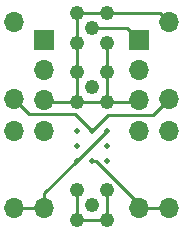
<source format=gbr>
%TF.GenerationSoftware,KiCad,Pcbnew,8.0.9-1.fc41*%
%TF.CreationDate,2025-03-19T11:39:36+02:00*%
%TF.ProjectId,Onsemi-3mm-TH-Con,4f6e7365-6d69-42d3-936d-6d2d54482d43,rev?*%
%TF.SameCoordinates,Original*%
%TF.FileFunction,Copper,L1,Top*%
%TF.FilePolarity,Positive*%
%FSLAX46Y46*%
G04 Gerber Fmt 4.6, Leading zero omitted, Abs format (unit mm)*
G04 Created by KiCad (PCBNEW 8.0.9-1.fc41) date 2025-03-19 11:39:36*
%MOMM*%
%LPD*%
G01*
G04 APERTURE LIST*
%TA.AperFunction,ComponentPad*%
%ADD10C,1.240000*%
%TD*%
%TA.AperFunction,ComponentPad*%
%ADD11O,1.700000X1.700000*%
%TD*%
%TA.AperFunction,ComponentPad*%
%ADD12R,1.700000X1.700000*%
%TD*%
%TA.AperFunction,SMDPad,CuDef*%
%ADD13C,0.500000*%
%TD*%
%TA.AperFunction,Conductor*%
%ADD14C,0.250000*%
%TD*%
G04 APERTURE END LIST*
D10*
%TO.P,J-PWR-2,1,Pin_1*%
%TO.N,HV+*%
X150000000Y-105000000D03*
%TO.P,J-PWR-2,2,Pin_2*%
%TO.N,GND*%
X148730000Y-103730000D03*
X148730000Y-106270000D03*
X151270000Y-103730000D03*
X151270000Y-106270000D03*
%TD*%
D11*
%TO.P,R3,1,+*%
%TO.N,Net-(C3-+)*%
X156540000Y-96030000D03*
%TO.P,R3,2,-*%
%TO.N,GND*%
X156540000Y-89490000D03*
%TD*%
D12*
%TO.P,J-SIG1,1,Pin_1*%
%TO.N,SIG*%
X154000000Y-91000000D03*
D11*
%TO.P,J-SIG1,2,Pin_2*%
%TO.N,F-OUT*%
X154000000Y-93540000D03*
%TO.P,J-SIG1,3,Pin_3*%
%TO.N,GND*%
X154000000Y-96080000D03*
%TD*%
D13*
%TO.P,D1,A1,K-*%
%TO.N,Net-(C1-+)*%
X148739906Y-101260000D03*
%TO.P,D1,A2*%
%TO.N,N/C*%
X148739906Y-100000000D03*
%TO.P,D1,A3*%
X148739906Y-98740000D03*
%TO.P,D1,B1,A+*%
%TO.N,Net-(C2-+)*%
X150000000Y-101260000D03*
%TO.P,D1,B3,A2+*%
%TO.N,Net-(C3-+)*%
X150000000Y-98740000D03*
%TO.P,D1,C1*%
%TO.N,N/C*%
X151260094Y-101260000D03*
%TO.P,D1,C2*%
X151260094Y-100000000D03*
%TO.P,D1,C3,K-*%
%TO.N,Net-(C1-+)*%
X151260094Y-98740000D03*
%TD*%
D11*
%TO.P,C1,1,+*%
%TO.N,Net-(C1-+)*%
X146000000Y-105270000D03*
%TO.P,C1,2,-*%
%TO.N,GND*%
X146000000Y-98730000D03*
%TD*%
%TO.P,R1,1,+*%
%TO.N,HV+*%
X143460000Y-98730000D03*
%TO.P,R1,2,-*%
%TO.N,Net-(C1-+)*%
X143460000Y-105270000D03*
%TD*%
D10*
%TO.P,J-SIG-1,1,Pin_1*%
%TO.N,F-OUT*%
X150000000Y-95000000D03*
%TO.P,J-SIG-1,2,Pin_2*%
%TO.N,GND*%
X148730000Y-93730000D03*
X148730000Y-96270000D03*
X151270000Y-93730000D03*
X151270000Y-96270000D03*
%TD*%
D12*
%TO.P,J-PWR1,1,Pin_1*%
%TO.N,HV+*%
X146000000Y-91000000D03*
D11*
%TO.P,J-PWR1,2,Pin_2*%
%TO.N,unconnected-(J-PWR1-Pin_2-Pad2)*%
X146000000Y-93540000D03*
%TO.P,J-PWR1,3,Pin_3*%
%TO.N,GND*%
X146000000Y-96080000D03*
%TD*%
%TO.P,R2,1,+*%
%TO.N,Net-(C2-+)*%
X154000000Y-105270000D03*
%TO.P,R2,2,-*%
%TO.N,GND*%
X154000000Y-98730000D03*
%TD*%
D10*
%TO.P,J-SIG-2,1,Pin_1*%
%TO.N,SIG*%
X150000000Y-90000000D03*
%TO.P,J-SIG-2,2,Pin_2*%
%TO.N,GND*%
X148730000Y-88730000D03*
X148730000Y-91270000D03*
X151270000Y-88730000D03*
X151270000Y-91270000D03*
%TD*%
D11*
%TO.P,C3,1,+*%
%TO.N,Net-(C3-+)*%
X143460000Y-96030000D03*
%TO.P,C3,2,-*%
%TO.N,F-OUT*%
X143460000Y-89490000D03*
%TD*%
%TO.P,C2,1,+*%
%TO.N,Net-(C2-+)*%
X156540000Y-105270000D03*
%TO.P,C2,2,-*%
%TO.N,SIG*%
X156540000Y-98730000D03*
%TD*%
D14*
%TO.N,GND*%
X148730000Y-96270000D02*
X146190000Y-96270000D01*
X148730000Y-96270000D02*
X151270000Y-96270000D01*
X148730000Y-88730000D02*
X151270000Y-88730000D01*
X146190000Y-96270000D02*
X146000000Y-96080000D01*
X151270000Y-106270000D02*
X151270000Y-103730000D01*
X151270000Y-91270000D02*
X151270000Y-93730000D01*
X151270000Y-96270000D02*
X151270000Y-93730000D01*
X151270000Y-96270000D02*
X153810000Y-96270000D01*
X148730000Y-103730000D02*
X148730000Y-106270000D01*
X151270000Y-106270000D02*
X148730000Y-106270000D01*
X153810000Y-96270000D02*
X154000000Y-96080000D01*
X148730000Y-88730000D02*
X148730000Y-91270000D01*
X148730000Y-96270000D02*
X148730000Y-93730000D01*
X148730000Y-91270000D02*
X148730000Y-93730000D01*
X151270000Y-88730000D02*
X155780000Y-88730000D01*
X155780000Y-88730000D02*
X156540000Y-89490000D01*
%TO.N,Net-(C1-+)*%
X146000000Y-105270000D02*
X146000000Y-103999906D01*
X151259906Y-98740000D02*
X151260094Y-98740000D01*
X148739906Y-101260000D02*
X151259906Y-98740000D01*
X146000000Y-103999906D02*
X148739906Y-101260000D01*
X146000000Y-105270000D02*
X143460000Y-105270000D01*
%TO.N,Net-(C2-+)*%
X156540000Y-105270000D02*
X154000000Y-105270000D01*
X150000000Y-101260000D02*
X150353553Y-101260000D01*
X150353553Y-101260000D02*
X154000000Y-104906447D01*
X154000000Y-104906447D02*
X154000000Y-105270000D01*
%TO.N,SIG*%
X150000000Y-90000000D02*
X153000000Y-90000000D01*
X153000000Y-90000000D02*
X154000000Y-91000000D01*
%TO.N,Net-(C3-+)*%
X155225000Y-97345000D02*
X151395000Y-97345000D01*
X148565000Y-97305000D02*
X150000000Y-98740000D01*
X151395000Y-97345000D02*
X150000000Y-98740000D01*
X143460000Y-96030000D02*
X144735000Y-97305000D01*
X156540000Y-96030000D02*
X155225000Y-97345000D01*
X144735000Y-97305000D02*
X148565000Y-97305000D01*
%TD*%
M02*

</source>
